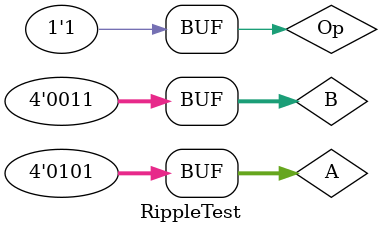
<source format=v>
`timescale 1ns / 1ps


module RippleTest;

	// Inputs
	reg [3:0] A;
	reg [3:0] B;
	reg Op;

	// Outputs
	wire [3:0] S;
	wire C;
	wire V;

	// Instantiate the Unit Under Test (UUT)
	ripple_carry_adder_subtractor uut (
		.S(S), 
		.C(C), 
		.V(V), 
		.A(A), 
		.B(B), 
		.Op(Op)
	);

	initial begin
		// Initialize Inputs
		A = 5;
		B = 3;
		Op = 1;

		// Wait 100 ns for global reset to finish
		#100;
        
		// Add stimulus here

	end
      
endmodule


</source>
